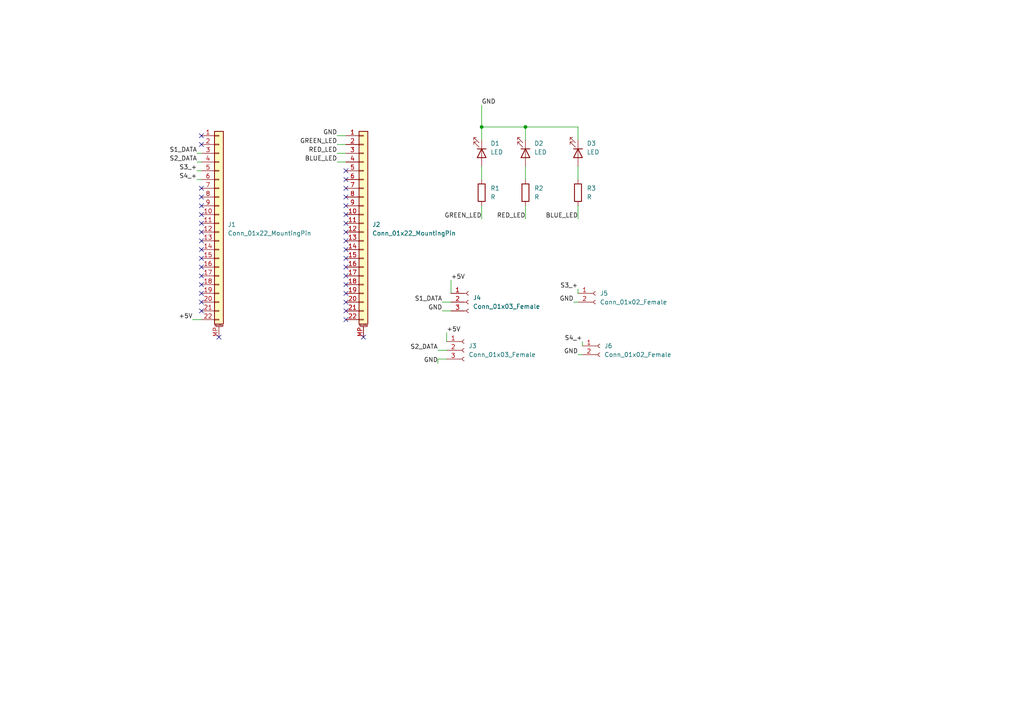
<source format=kicad_sch>
(kicad_sch (version 20211123) (generator eeschema)
  (paper "A4")
  (lib_symbols
    (symbol "Connector:Conn_01x02_Female" (pin_names (offset 1.016) hide)
      (property "Reference" "J" (at 0 2.54 0))
      (property "Value" "Conn_01x02_Female" (at 0 -5.08 0))
      (symbol "Conn_01x02_Female_1_1"
        (arc (start 0 -2.032) (mid -0.508 -2.54) (end 0 -3.048) (stroke (width 0.1524)))
        (polyline (pts (xy -1.27 -2.54) (xy -0.508 -2.54)) (stroke (width 0.1524)))
        (polyline (pts (xy -1.27 0) (xy -0.508 0)) (stroke (width 0.1524)))
        (arc (start 0 0.508) (mid -0.508 0) (end 0 -0.508) (stroke (width 0.1524)))
        (pin passive line (at -5.08 0 0) (length 3.81) (name "Pin_1") (number "1"))
        (pin passive line (at -5.08 -2.54 0) (length 3.81) (name "Pin_2") (number "2"))
      )
    )
    (symbol "Connector:Conn_01x03_Female" (pin_names (offset 1.016) hide)
      (property "Reference" "J" (at 0 5.08 0))
      (property "Value" "Conn_01x03_Female" (at 0 -5.08 0))
      (symbol "Conn_01x03_Female_1_1"
        (arc (start 0 -2.032) (mid -0.508 -2.54) (end 0 -3.048) (stroke (width 0.1524)))
        (polyline (pts (xy -1.27 -2.54) (xy -0.508 -2.54)) (stroke (width 0.1524)))
        (polyline (pts (xy -1.27 0) (xy -0.508 0)) (stroke (width 0.1524)))
        (polyline (pts (xy -1.27 2.54) (xy -0.508 2.54)) (stroke (width 0.1524)))
        (arc (start 0 0.508) (mid -0.508 0) (end 0 -0.508) (stroke (width 0.1524)))
        (arc (start 0 3.048) (mid -0.508 2.54) (end 0 2.032) (stroke (width 0.1524)))
        (pin passive line (at -5.08 2.54 0) (length 3.81) (name "Pin_1") (number "1"))
        (pin passive line (at -5.08 0 0) (length 3.81) (name "Pin_2") (number "2"))
        (pin passive line (at -5.08 -2.54 0) (length 3.81) (name "Pin_3") (number "3"))
      )
    )
    (symbol "Connector_Generic_MountingPin:Conn_01x22_MountingPin" (pin_names (offset 1.016) hide)
      (property "Reference" "J" (at 0 27.94 0))
      (property "Value" "Conn_01x22_MountingPin" (at 1.27 -30.48 0))
      (symbol "Conn_01x22_MountingPin_1_1"
        (rectangle (start -1.27 -27.813) (end 0 -28.067) (stroke (width 0.1524)))
        (rectangle (start -1.27 -25.273) (end 0 -25.527) (stroke (width 0.1524)))
        (rectangle (start -1.27 -22.733) (end 0 -22.987) (stroke (width 0.1524)))
        (rectangle (start -1.27 -20.193) (end 0 -20.447) (stroke (width 0.1524)))
        (rectangle (start -1.27 -17.653) (end 0 -17.907) (stroke (width 0.1524)))
        (rectangle (start -1.27 -15.113) (end 0 -15.367) (stroke (width 0.1524)))
        (rectangle (start -1.27 -12.573) (end 0 -12.827) (stroke (width 0.1524)))
        (rectangle (start -1.27 -10.033) (end 0 -10.287) (stroke (width 0.1524)))
        (rectangle (start -1.27 -7.493) (end 0 -7.747) (stroke (width 0.1524)))
        (rectangle (start -1.27 -4.953) (end 0 -5.207) (stroke (width 0.1524)))
        (rectangle (start -1.27 -2.413) (end 0 -2.667) (stroke (width 0.1524)))
        (rectangle (start -1.27 0.127) (end 0 -0.127) (stroke (width 0.1524)))
        (rectangle (start -1.27 2.667) (end 0 2.413) (stroke (width 0.1524)))
        (rectangle (start -1.27 5.207) (end 0 4.953) (stroke (width 0.1524)))
        (rectangle (start -1.27 7.747) (end 0 7.493) (stroke (width 0.1524)))
        (rectangle (start -1.27 10.287) (end 0 10.033) (stroke (width 0.1524)))
        (rectangle (start -1.27 12.827) (end 0 12.573) (stroke (width 0.1524)))
        (rectangle (start -1.27 15.367) (end 0 15.113) (stroke (width 0.1524)))
        (rectangle (start -1.27 17.907) (end 0 17.653) (stroke (width 0.1524)))
        (rectangle (start -1.27 20.447) (end 0 20.193) (stroke (width 0.1524)))
        (rectangle (start -1.27 22.987) (end 0 22.733) (stroke (width 0.1524)))
        (rectangle (start -1.27 25.527) (end 0 25.273) (stroke (width 0.1524)))
        (rectangle (start -1.27 26.67) (end 1.27 -29.21) (stroke (width 0.254)) (fill (type background)))
        (polyline (pts (xy -1.016 -29.972) (xy 1.016 -29.972)) (stroke (width 0.1524)))
        (text "Mounting" (at 0 -29.591 0) (effects (font (size 0.381 0.381))))
        (pin passive line (at -5.08 25.4 0) (length 3.81) (name "Pin_1") (number "1"))
        (pin passive line (at -5.08 2.54 0) (length 3.81) (name "Pin_10") (number "10"))
        (pin passive line (at -5.08 0 0) (length 3.81) (name "Pin_11") (number "11"))
        (pin passive line (at -5.08 -2.54 0) (length 3.81) (name "Pin_12") (number "12"))
        (pin passive line (at -5.08 -5.08 0) (length 3.81) (name "Pin_13") (number "13"))
        (pin passive line (at -5.08 -7.62 0) (length 3.81) (name "Pin_14") (number "14"))
        (pin passive line (at -5.08 -10.16 0) (length 3.81) (name "Pin_15") (number "15"))
        (pin passive line (at -5.08 -12.7 0) (length 3.81) (name "Pin_16") (number "16"))
        (pin passive line (at -5.08 -15.24 0) (length 3.81) (name "Pin_17") (number "17"))
        (pin passive line (at -5.08 -17.78 0) (length 3.81) (name "Pin_18") (number "18"))
        (pin passive line (at -5.08 -20.32 0) (length 3.81) (name "Pin_19") (number "19"))
        (pin passive line (at -5.08 22.86 0) (length 3.81) (name "Pin_2") (number "2"))
        (pin passive line (at -5.08 -22.86 0) (length 3.81) (name "Pin_20") (number "20"))
        (pin passive line (at -5.08 -25.4 0) (length 3.81) (name "Pin_21") (number "21"))
        (pin passive line (at -5.08 -27.94 0) (length 3.81) (name "Pin_22") (number "22"))
        (pin passive line (at -5.08 20.32 0) (length 3.81) (name "Pin_3") (number "3"))
        (pin passive line (at -5.08 17.78 0) (length 3.81) (name "Pin_4") (number "4"))
        (pin passive line (at -5.08 15.24 0) (length 3.81) (name "Pin_5") (number "5"))
        (pin passive line (at -5.08 12.7 0) (length 3.81) (name "Pin_6") (number "6"))
        (pin passive line (at -5.08 10.16 0) (length 3.81) (name "Pin_7") (number "7"))
        (pin passive line (at -5.08 7.62 0) (length 3.81) (name "Pin_8") (number "8"))
        (pin passive line (at -5.08 5.08 0) (length 3.81) (name "Pin_9") (number "9"))
        (pin passive line (at 0 -33.02 90) (length 3.048) (name "MountPin") (number "MP"))
      )
    )
    (symbol "Device:LED" (pin_numbers hide) (pin_names (offset 1.016) hide)
      (property "Reference" "D" (at 0 2.54 0))
      (property "Value" "LED" (at 0 -2.54 0))
      (symbol "LED_0_1"
        (polyline (pts (xy -1.27 -1.27) (xy -1.27 1.27)) (stroke (width 0.254)))
        (polyline (pts (xy -1.27 0) (xy 1.27 0)))
        (polyline (pts (xy 1.27 -1.27) (xy 1.27 1.27) (xy -1.27 0) (xy 1.27 -1.27)) (stroke (width 0.254)))
        (polyline (pts (xy -3.048 -0.762) (xy -4.572 -2.286) (xy -3.81 -2.286) (xy -4.572 -2.286) (xy -4.572 -1.524)))
        (polyline (pts (xy -1.778 -0.762) (xy -3.302 -2.286) (xy -2.54 -2.286) (xy -3.302 -2.286) (xy -3.302 -1.524)))
      )
      (symbol "LED_1_1"
        (pin passive line (at -3.81 0 0) (length 2.54) (name "K") (number "1"))
        (pin passive line (at 3.81 0 180) (length 2.54) (name "A") (number "2"))
      )
    )
    (symbol "Device:R" (pin_numbers hide) (pin_names (offset 0))
      (property "Reference" "R" (at 2.032 0 90))
      (property "Value" "R" (at 0 0 90))
      (symbol "R_0_1"
        (rectangle (start -1.016 -2.54) (end 1.016 2.54) (stroke (width 0.254)))
      )
      (symbol "R_1_1"
        (pin passive line (at 0 3.81 270) (length 1.27) (name "~") (number "1"))
        (pin passive line (at 0 -3.81 90) (length 1.27) (name "~") (number "2"))
      )
    )
  )
  (junction (at 152.4 36.83))
  (junction (at 139.7 36.83))
  (no_connect (at 58.42 39.37))
  (no_connect (at 58.42 41.91))
  (no_connect (at 105.41 97.79))
  (no_connect (at 100.33 54.61))
  (no_connect (at 100.33 52.07))
  (no_connect (at 100.33 49.53))
  (no_connect (at 100.33 77.47))
  (no_connect (at 100.33 80.01))
  (no_connect (at 100.33 82.55))
  (no_connect (at 100.33 85.09))
  (no_connect (at 100.33 87.63))
  (no_connect (at 100.33 90.17))
  (no_connect (at 100.33 92.71))
  (no_connect (at 100.33 67.31))
  (no_connect (at 100.33 74.93))
  (no_connect (at 100.33 69.85))
  (no_connect (at 100.33 72.39))
  (no_connect (at 100.33 64.77))
  (no_connect (at 100.33 62.23))
  (no_connect (at 100.33 59.69))
  (no_connect (at 100.33 57.15))
  (no_connect (at 58.42 64.77))
  (no_connect (at 58.42 62.23))
  (no_connect (at 58.42 77.47))
  (no_connect (at 58.42 80.01))
  (no_connect (at 58.42 82.55))
  (no_connect (at 58.42 85.09))
  (no_connect (at 58.42 87.63))
  (no_connect (at 58.42 90.17))
  (no_connect (at 63.5 97.79))
  (no_connect (at 58.42 67.31))
  (no_connect (at 58.42 69.85))
  (no_connect (at 58.42 74.93))
  (no_connect (at 58.42 72.39))
  (no_connect (at 58.42 59.69))
  (no_connect (at 58.42 57.15))
  (no_connect (at 58.42 54.61))
  (wire (pts (xy 57.15 52.07) (xy 58.42 52.07)))
  (wire (pts (xy 97.79 44.45) (xy 100.33 44.45)))
  (wire (pts (xy 129.54 96.52) (xy 129.54 99.06)))
  (wire (pts (xy 57.15 44.45) (xy 58.42 44.45)))
  (wire (pts (xy 139.7 48.26) (xy 139.7 52.07)))
  (wire (pts (xy 128.27 87.63) (xy 130.81 87.63)))
  (wire (pts (xy 152.4 36.83) (xy 167.64 36.83)))
  (wire (pts (xy 97.79 46.99) (xy 100.33 46.99)))
  (wire (pts (xy 97.79 39.37) (xy 100.33 39.37)))
  (wire (pts (xy 57.15 49.53) (xy 58.42 49.53)))
  (wire (pts (xy 168.91 99.06) (xy 168.91 100.33)))
  (wire (pts (xy 152.4 48.26) (xy 152.4 52.07)))
  (wire (pts (xy 166.37 87.63) (xy 167.64 87.63)))
  (wire (pts (xy 127 101.6) (xy 129.54 101.6)))
  (wire (pts (xy 167.64 83.82) (xy 167.64 85.09)))
  (wire (pts (xy 167.64 59.69) (xy 167.64 63.5)))
  (wire (pts (xy 139.7 30.48) (xy 139.7 36.83)))
  (wire (pts (xy 127 104.14) (xy 129.54 104.14)))
  (wire (pts (xy 130.81 81.28) (xy 130.81 85.09)))
  (wire (pts (xy 152.4 59.69) (xy 152.4 63.5)))
  (wire (pts (xy 139.7 59.69) (xy 139.7 63.5)))
  (wire (pts (xy 167.64 36.83) (xy 167.64 40.64)))
  (wire (pts (xy 57.15 46.99) (xy 58.42 46.99)))
  (wire (pts (xy 97.79 41.91) (xy 100.33 41.91)))
  (wire (pts (xy 127 105.41) (xy 127 104.14)))
  (wire (pts (xy 128.27 90.17) (xy 130.81 90.17)))
  (wire (pts (xy 152.4 36.83) (xy 152.4 40.64)))
  (wire (pts (xy 55.88 92.71) (xy 58.42 92.71)))
  (wire (pts (xy 167.64 102.87) (xy 168.91 102.87)))
  (wire (pts (xy 139.7 36.83) (xy 139.7 40.64)))
  (wire (pts (xy 167.64 48.26) (xy 167.64 52.07)))
  (wire (pts (xy 139.7 36.83) (xy 152.4 36.83)))
  (label "GND" (at 167.64 102.87 180))
  (label "RED_LED" (at 97.79 44.45 180))
  (label "GND" (at 128.27 90.17 180))
  (label "GND" (at 97.79 39.37 180))
  (label "S2_DATA" (at 127 101.6 180))
  (label "S4_+" (at 168.91 99.06 180))
  (label "GND" (at 127 105.41 180))
  (label "GREEN_LED" (at 139.7 63.5 180))
  (label "+5V" (at 129.54 96.52 0))
  (label "S3_+" (at 57.15 49.53 180))
  (label "S4_+" (at 57.15 52.07 180))
  (label "GND" (at 166.37 87.63 180))
  (label "BLUE_LED" (at 97.79 46.99 180))
  (label "RED_LED" (at 152.4 63.5 180))
  (label "S3_+" (at 167.64 83.82 180))
  (label "+5V" (at 130.81 81.28 0))
  (label "+5V" (at 55.88 92.71 180))
  (label "GREEN_LED" (at 97.79 41.91 180))
  (label "BLUE_LED" (at 167.64 63.5 180))
  (label "S1_DATA" (at 128.27 87.63 180))
  (label "GND" (at 139.7 30.48 0))
  (label "S1_DATA" (at 57.15 44.45 180))
  (label "S2_DATA" (at 57.15 46.99 180))
  (symbol (lib_id "Connector_Generic_MountingPin:Conn_01x22_MountingPin") (at 105.41 64.77 0) (unit 1)
    (property "Reference" "J2" (at 107.95 65.1255 0) (effects (justify left)))
    (property "Value" "Conn_01x22_MountingPin" (at 107.95 67.6655 0) (effects (justify left)))
    (property "Footprint" "Connector_PinSocket_1.27mm:PinSocket_1x22_P1.27mm_Vertical" (effects hide))
  )
  (symbol (lib_id "Device:R") (at 139.7 55.88 0) (unit 1)
    (property "Reference" "R1" (at 142.24 54.6099 0) (effects (justify left)))
    (property "Value" "R" (at 142.24 57.1499 0) (effects (justify left)))
    (property "Footprint" "Resistor_SMD:R_0201_0603Metric" (effects hide))
  )
  (symbol (lib_id "Connector:Conn_01x03_Female") (at 134.62 101.6 0) (unit 1)
    (property "Reference" "J3" (at 135.89 100.3299 0) (effects (justify left)))
    (property "Value" "Conn_01x03_Female" (at 135.89 102.8699 0) (effects (justify left)))
    (property "Footprint" "Connector_PinSocket_1.27mm:PinSocket_1x03_P1.27mm_Vertical" (effects hide))
  )
  (symbol (lib_id "Device:LED") (at 152.4 44.45 270) (unit 1)
    (property "Reference" "D2" (at 154.94 41.5924 90) (effects (justify left)))
    (property "Value" "LED" (at 154.94 44.1324 90) (effects (justify left)))
    (property "Footprint" "LED_THT:LED_D3.0mm_FlatTop" (effects hide))
  )
  (symbol (lib_id "Device:R") (at 152.4 55.88 0) (unit 1)
    (property "Reference" "R2" (at 154.94 54.6099 0) (effects (justify left)))
    (property "Value" "R" (at 154.94 57.1499 0) (effects (justify left)))
    (property "Footprint" "Resistor_SMD:R_0201_0603Metric" (effects hide))
  )
  (symbol (lib_id "Connector:Conn_01x02_Female") (at 173.99 100.33 0) (unit 1)
    (property "Reference" "J6" (at 175.26 100.3299 0) (effects (justify left)))
    (property "Value" "Conn_01x02_Female" (at 175.26 102.8699 0) (effects (justify left)))
    (property "Footprint" "Connector_PinSocket_1.27mm:PinSocket_1x02_P1.27mm_Vertical" (effects hide))
  )
  (symbol (lib_id "Connector_Generic_MountingPin:Conn_01x22_MountingPin") (at 63.5 64.77 0) (unit 1)
    (property "Reference" "J1" (at 66.04 65.1255 0) (effects (justify left)))
    (property "Value" "Conn_01x22_MountingPin" (at 66.04 67.6655 0) (effects (justify left)))
    (property "Footprint" "Connector_PinSocket_1.27mm:PinSocket_1x22_P1.27mm_Vertical" (effects hide))
  )
  (symbol (lib_id "Device:LED") (at 167.64 44.45 270) (unit 1)
    (property "Reference" "D3" (at 170.18 41.5924 90) (effects (justify left)))
    (property "Value" "LED" (at 170.18 44.1324 90) (effects (justify left)))
    (property "Footprint" "LED_THT:LED_D3.0mm_FlatTop" (effects hide))
  )
  (symbol (lib_id "Connector:Conn_01x02_Female") (at 172.72 85.09 0) (unit 1)
    (property "Reference" "J5" (at 173.99 85.0899 0) (effects (justify left)))
    (property "Value" "Conn_01x02_Female" (at 173.99 87.6299 0) (effects (justify left)))
    (property "Footprint" "Connector_PinSocket_1.27mm:PinSocket_1x02_P1.27mm_Vertical" (effects hide))
  )
  (symbol (lib_id "Device:LED") (at 139.7 44.45 270) (unit 1)
    (property "Reference" "D1" (at 142.24 41.5924 90) (effects (justify left)))
    (property "Value" "LED" (at 142.24 44.1324 90) (effects (justify left)))
    (property "Footprint" "LED_THT:LED_D3.0mm_FlatTop" (effects hide))
  )
  (symbol (lib_id "Device:R") (at 167.64 55.88 0) (unit 1)
    (property "Reference" "R3" (at 170.18 54.6099 0) (effects (justify left)))
    (property "Value" "R" (at 170.18 57.1499 0) (effects (justify left)))
    (property "Footprint" "Resistor_SMD:R_0201_0603Metric" (effects hide))
  )
  (symbol (lib_id "Connector:Conn_01x03_Female") (at 135.89 87.63 0) (unit 1)
    (property "Reference" "J4" (at 137.16 86.3599 0) (effects (justify left)))
    (property "Value" "Conn_01x03_Female" (at 137.16 88.8999 0) (effects (justify left)))
    (property "Footprint" "Connector_PinSocket_1.27mm:PinSocket_1x03_P1.27mm_Vertical" (effects hide))
  )
)
</source>
